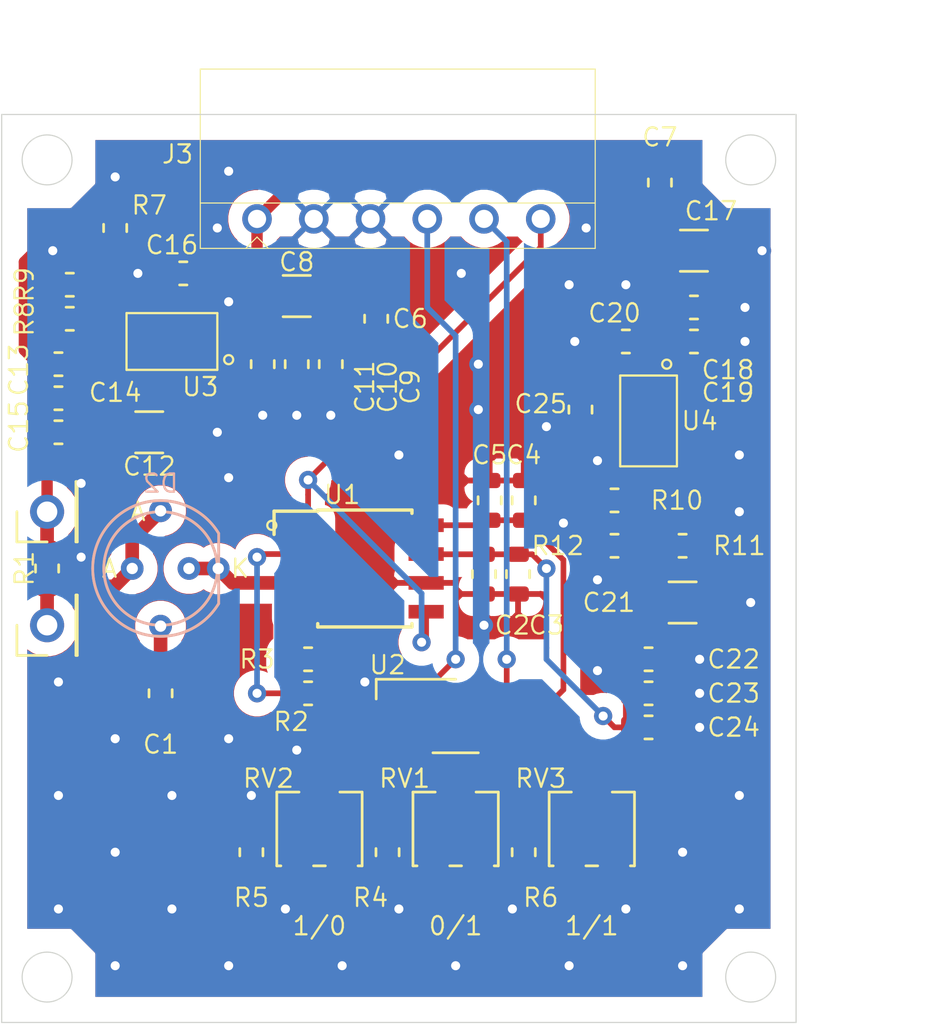
<source format=kicad_pcb>
(kicad_pcb (version 20221018) (generator pcbnew)
  (layers (0 "F.Cu" signal) (31 "B.Cu" signal) (34 "B.Paste" user) (35 "F.Paste" user) (36 "B.SilkS" user "B.Silkscreen") (37 "F.SilkS" user "F.Silkscreen") (38 "B.Mask" user) (39 "F.Mask" user) (44 "Edge.Cuts" user))
  (net 0 "")
  (net 1 "GND")
  (net 2 "CI")
  (net 3 "VIN")
  (net 4 "V_LED")
  (net 5 "5V")
  (net 6 "LED_K")
  (net 7 "SEL_0")
  (net 8 "SEL_1")
  (net 9 "EN")
  (net 10 "Net-(R2-Pad2)")
  (net 11 "Net-(R7-Pad2)")
  (net 12 "#1")
  (net 13 "#2")
  (net 14 "#3")
  (net 15 "Net-(D1-Pad2)")
  (net 16 "Net-(C1-Pad2)")
  (net 17 "Net-(R3-Pad2)")
  (net 18 "Net-(R4-Pad1)")
  (net 19 "Net-(R5-Pad1)")
  (net 20 "Net-(R6-Pad1)")
  (net 21 "Net-(R10-Pad2)")
  (net 22 "Net-(U3-Pad2)")
  (net 23 "Net-(U4-Pad2)")
  (net 24 "Net-(C16-Pad1)")
  (net 25 "Net-(C25-Pad1)")
  (net 26 "Net-(R8-Pad1)")
  (net 27 "Net-(R11-Pad1)")
  (footprint "Capacitor_SMD:C_0603_1608Metric" (layer "F.Cu") (at 123 117 90)
    (fp_text reference "C4" (at 2 0 180) (layer "F.SilkS") (effects (font (size 0.8 0.8) (thickness 0.1))))
    (fp_text value "C")
    (pad "1" smd roundrect (at -0.875 0 90) (size 0.67 0.95) (layers "F.Cu" "F.Paste" "F.Mask") (net 2 "CI"))
    (pad "2" smd roundrect (at 0.875 0 90) (size 0.67 0.95) (layers "F.Cu" "F.Paste" "F.Mask") (net 1 "GND"))
  )
  (footprint "Capacitor_SMD:C_0603_1608Metric" (layer "F.Cu") (at 121.5 117 90)
    (fp_text reference "C5" (at 2 0 180) (layer "F.SilkS") (effects (font (size 0.8 0.8) (thickness 0.1))))
    (fp_text value "C")
    (pad "1" smd roundrect (at -0.875 0 90) (size 0.67 0.95) (layers "F.Cu" "F.Paste" "F.Mask") (net 2 "CI"))
    (pad "2" smd roundrect (at 0.875 0 90) (size 0.67 0.95) (layers "F.Cu" "F.Paste" "F.Mask") (net 1 "GND"))
  )
  (footprint "Resistor_SMD:R_0603_1608Metric" (layer "F.Cu") (at 113.5 125.5 180)
    (fp_text reference "R2" (at 0.75 -1.25) (layer "F.SilkS") (effects (font (size 0.8 0.8) (thickness 0.1))))
    (fp_text value "R")
    (pad "1" smd roundrect (at -0.7875 0 180) (size 0.875 0.95) (layers "F.Cu" "F.Paste" "F.Mask") (net 1 "GND"))
    (pad "2" smd roundrect (at 0.7875 0 180) (size 0.875 0.95) (layers "F.Cu" "F.Paste" "F.Mask") (net 10 "Net-(R2-Pad2)"))
  )
  (footprint "Resistor_SMD:R_0603_1608Metric" (layer "F.Cu") (at 113.5 124 180)
    (fp_text reference "R3" (at 2.25 0) (layer "F.SilkS") (effects (font (size 0.8 0.8) (thickness 0.1))))
    (fp_text value "R")
    (pad "1" smd roundrect (at -0.7875 0 180) (size 0.875 0.95) (layers "F.Cu" "F.Paste" "F.Mask") (net 1 "GND"))
    (pad "2" smd roundrect (at 0.7875 0 180) (size 0.875 0.95) (layers "F.Cu" "F.Paste" "F.Mask") (net 17 "Net-(R3-Pad2)"))
  )
  (footprint "Package_SOIC:SOIC-8-1EP_3.9x4.9mm_P1.27mm" (layer "F.Cu") (at 116 120)
    (fp_text reference "U1" (at -1 -3.25) (layer "F.SilkS") (effects (font (size 0.8 0.8) (thickness 0.1))))
    (fp_text value "iC_HK_B")
    (pad "1" smd rect (at -2.7 -1.905) (size 1.55 0.6) (layers "F.Cu" "F.Paste" "F.Mask") (net 9 "EN"))
    (pad "2" smd rect (at -2.7 -0.635) (size 1.55 0.6) (layers "F.Cu" "F.Paste" "F.Mask") (net 10 "Net-(R2-Pad2)"))
    (pad "3" smd rect (at -2.7 0.635) (size 1.55 0.6) (layers "F.Cu" "F.Paste" "F.Mask") (net 6 "LED_K"))
    (pad "4" smd rect (at -2.7 1.905) (size 1.55 0.6) (layers "F.Cu" "F.Paste" "F.Mask") (net 17 "Net-(R3-Pad2)"))
    (pad "5" smd rect (at 2.7 1.905) (size 1.55 0.6) (layers "F.Cu" "F.Paste" "F.Mask") (net 9 "EN"))
    (pad "6" smd rect (at 2.7 0.635) (size 1.55 0.6) (layers "F.Cu" "F.Paste" "F.Mask") (net 1 "GND"))
    (pad "7" smd rect (at 2.7 -0.635) (size 1.55 0.6) (layers "F.Cu" "F.Paste" "F.Mask") (net 5 "5V"))
    (pad "8" smd rect (at 2.7 -1.905) (size 1.55 0.6) (layers "F.Cu" "F.Paste" "F.Mask") (net 2 "CI"))
    (pad "9" smd rect (at -0.5875 -0.5875) (size 1.175 1.175) (layers "F.Cu" "F.Paste" "F.Mask") (net 1 "GND"))
    (pad "9" smd rect (at -0.5875 0.5875) (size 1.175 1.175) (layers "F.Cu" "F.Paste" "F.Mask") (net 1 "GND"))
    (pad "9" smd rect (at 0.5875 -0.5875) (size 1.175 1.175) (layers "F.Cu" "F.Paste" "F.Mask") (net 1 "GND"))
    (pad "9" smd rect (at 0.5875 0.5875) (size 1.175 1.175) (layers "F.Cu" "F.Paste" "F.Mask") (net 1 "GND"))
  )
  (footprint "Pin_Headers:Pin_Header_Straight_1x01_Pitch2.54mm" (layer "F.Cu") (at 102 122.5 90)
    (fp_text reference "J2" hide)
    (fp_text value "Conn_01x01")
    (pad "1" thru_hole circle (at 0 0 90) (size 1.5 1.5) (drill 0.9) (layers "*.Cu" "*.Mask") (net 15 "Net-(D1-Pad2)"))
  )
  (footprint "Resistor_SMD:R_0603_1608Metric" (layer "F.Cu") (at 102 120 90)
    (fp_text reference "R1" (at 0 -1 90) (layer "F.SilkS") (effects (font (size 0.8 0.8) (thickness 0.1))))
    (fp_text value "R")
    (pad "1" smd roundrect (at -0.7875 0 90) (size 0.875 0.95) (layers "F.Cu" "F.Paste" "F.Mask") (net 15 "Net-(D1-Pad2)"))
    (pad "2" smd roundrect (at 0.7875 0 90) (size 0.875 0.95) (layers "F.Cu" "F.Paste" "F.Mask") (net 4 "V_LED"))
  )
  (footprint "Pin_Headers:Pin_Header_Straight_1x01_Pitch2.54mm" (layer "F.Cu") (at 102 117.5 90)
    (fp_text reference "J1" hide)
    (fp_text value "Conn_01x01")
    (pad "1" thru_hole circle (at 0 0 90) (size 1.5 1.5) (drill 0.9) (layers "*.Cu" "*.Mask") (net 4 "V_LED"))
  )
  (footprint "Wiki:ST-32A" (layer "F.Cu") (at 120 131.500002 -90)
    (fp_text reference "RV1" (at -2.250002 2.25 180) (layer "F.SilkS") (effects (font (size 0.8 0.8) (thickness 0.1))))
    (fp_text value "R_POT_TRIM")
    (pad "1" smd rect (at 1.6 -1 270) (size 1.2 1.2) (layers "F.Cu" "F.Paste" "F.Mask") (net 1 "GND"))
    (pad "2" smd rect (at -1.65 0 270) (size 1.5 1.6) (layers "F.Cu" "F.Paste" "F.Mask") (net 12 "#1"))
    (pad "3" smd rect (at 1.6 1 270) (size 1.2 1.2) (layers "F.Cu" "F.Paste" "F.Mask") (net 18 "Net-(R4-Pad1)"))
  )
  (footprint "Wiki:ST-32A" (layer "F.Cu") (at 114 131.500001 -90)
    (fp_text reference "RV2" (at -2.250001 2.25 180) (layer "F.SilkS") (effects (font (size 0.8 0.8) (thickness 0.1))))
    (fp_text value "R_POT_TRIM")
    (pad "1" smd rect (at 1.6 -1 270) (size 1.2 1.2) (layers "F.Cu" "F.Paste" "F.Mask") (net 1 "GND"))
    (pad "2" smd rect (at -1.65 0 270) (size 1.5 1.6) (layers "F.Cu" "F.Paste" "F.Mask") (net 13 "#2"))
    (pad "3" smd rect (at 1.6 1 270) (size 1.2 1.2) (layers "F.Cu" "F.Paste" "F.Mask") (net 19 "Net-(R5-Pad1)"))
  )
  (footprint "Resistor_SMD:R_0603_1608Metric" (layer "F.Cu") (at 111 132.5 90)
    (fp_text reference "R5" (at -2 0 180) (layer "F.SilkS") (effects (font (size 0.8 0.8) (thickness 0.1))))
    (fp_text value "R")
    (pad "1" smd roundrect (at -0.7875 0 90) (size 0.875 0.95) (layers "F.Cu" "F.Paste" "F.Mask") (net 19 "Net-(R5-Pad1)"))
    (pad "2" smd roundrect (at 0.7875 0 90) (size 0.875 0.95) (layers "F.Cu" "F.Paste" "F.Mask") (net 5 "5V"))
  )
  (footprint "Resistor_SMD:R_0603_1608Metric" (layer "F.Cu") (at 123 132.5 90)
    (fp_text reference "R6" (at -2 0.75 180) (layer "F.SilkS") (effects (font (size 0.8 0.8) (thickness 0.1))))
    (fp_text value "R")
    (pad "1" smd roundrect (at -0.7875 0 90) (size 0.875 0.95) (layers "F.Cu" "F.Paste" "F.Mask") (net 20 "Net-(R6-Pad1)"))
    (pad "2" smd roundrect (at 0.7875 0 90) (size 0.875 0.95) (layers "F.Cu" "F.Paste" "F.Mask") (net 5 "5V"))
  )
  (footprint "Wiki:ST-32A" (layer "F.Cu") (at 126 131.499999 -90)
    (fp_text reference "RV3" (at -2.249999 2.25 180) (layer "F.SilkS") (effects (font (size 0.8 0.8) (thickness 0.1))))
    (fp_text value "R_POT_TRIM")
    (pad "1" smd rect (at 1.6 -1 270) (size 1.2 1.2) (layers "F.Cu" "F.Paste" "F.Mask") (net 1 "GND"))
    (pad "2" smd rect (at -1.65 0 270) (size 1.5 1.6) (layers "F.Cu" "F.Paste" "F.Mask") (net 14 "#3"))
    (pad "3" smd rect (at 1.6 1 270) (size 1.2 1.2) (layers "F.Cu" "F.Paste" "F.Mask") (net 20 "Net-(R6-Pad1)"))
  )
  (footprint "Resistor_SMD:R_0603_1608Metric" (layer "F.Cu") (at 117 132.5 90)
    (fp_text reference "R4" (at -2 -0.75 180) (layer "F.SilkS") (effects (font (size 0.8 0.8) (thickness 0.1))))
    (fp_text value "R")
    (pad "1" smd roundrect (at -0.7875 0 90) (size 0.875 0.95) (layers "F.Cu" "F.Paste" "F.Mask") (net 18 "Net-(R4-Pad1)"))
    (pad "2" smd roundrect (at 0.7875 0 90) (size 0.875 0.95) (layers "F.Cu" "F.Paste" "F.Mask") (net 5 "5V"))
  )
  (footprint "Package_SSOP:VSSOP-10_3.0x3.0mm_P0.5mm" (layer "F.Cu") (at 120 126.5)
    (fp_text reference "U2" (at -3 -2.25 180) (layer "F.SilkS") (effects (font (size 0.8 0.8) (thickness 0.1))))
    (fp_text value "TMUX1204")
    (pad "1" smd rect (at -2.2 -1 270) (size 0.3 1.45) (layers "F.Cu" "F.Paste" "F.Mask") (net 7 "SEL_0"))
    (pad "2" smd rect (at -2.2 -0.5 270) (size 0.3 1.45) (layers "F.Cu" "F.Paste" "F.Mask") (net 1 "GND"))
    (pad "3" smd rect (at -2.2 0 270) (size 0.3 1.45) (layers "F.Cu" "F.Paste" "F.Mask") (net 1 "GND"))
    (pad "4" smd rect (at -2.2 0.5 270) (size 0.3 1.45) (layers "F.Cu" "F.Paste" "F.Mask") (net 13 "#2"))
    (pad "5" smd rect (at -2.2 1 270) (size 0.3 1.45) (layers "F.Cu" "F.Paste" "F.Mask") (net 5 "5V"))
    (pad "6" smd rect (at 2.2 1 270) (size 0.3 1.45) (layers "F.Cu" "F.Paste" "F.Mask") (net 5 "5V"))
    (pad "7" smd rect (at 2.2 0.5 270) (size 0.3 1.45) (layers "F.Cu" "F.Paste" "F.Mask") (net 14 "#3"))
    (pad "8" smd rect (at 2.2 0 270) (size 0.3 1.45) (layers "F.Cu" "F.Paste" "F.Mask") (net 2 "CI"))
    (pad "9" smd rect (at 2.2 -0.5 270) (size 0.3 1.45) (layers "F.Cu" "F.Paste" "F.Mask") (net 12 "#1"))
    (pad "10" smd rect (at 2.2 -1 270) (size 0.3 1.45) (layers "F.Cu" "F.Paste" "F.Mask") (net 8 "SEL_1"))
  )
  (footprint "Capacitor_SMD:C_0603_1608Metric" (layer "F.Cu") (at 121.25 120.25 -90)
    (fp_text reference "C2" (at 2.25 -1.25 180) (layer "F.SilkS") (effects (font (size 0.8 0.8) (thickness 0.1))))
    (fp_text value "C")
    (pad "1" smd roundrect (at -0.875 0 270) (size 0.67 0.95) (layers "F.Cu" "F.Paste" "F.Mask") (net 5 "5V"))
    (pad "2" smd roundrect (at 0.875 0 270) (size 0.67 0.95) (layers "F.Cu" "F.Paste" "F.Mask") (net 1 "GND"))
  )
  (footprint "Capacitor_SMD:C_0603_1608Metric" (layer "F.Cu") (at 122.75 120.25 -90)
    (fp_text reference "C3" (at 2.25 -1.25 180) (layer "F.SilkS") (effects (font (size 0.8 0.8) (thickness 0.1))))
    (fp_text value "C")
    (pad "1" smd roundrect (at -0.875 0 270) (size 0.67 0.95) (layers "F.Cu" "F.Paste" "F.Mask") (net 5 "5V"))
    (pad "2" smd roundrect (at 0.875 0 270) (size 0.67 0.95) (layers "F.Cu" "F.Paste" "F.Mask") (net 1 "GND"))
  )
  (footprint "Capacitor_SMD:C_0603_1608Metric" (layer "F.Cu") (at 107 125.5 90)
    (fp_text reference "C1" (at -2.25 0 180) (layer "F.SilkS") (effects (font (size 0.8 0.8) (thickness 0.1))))
    (fp_text value "C")
    (pad "1" smd roundrect (at -0.875 0 90) (size 0.67 0.95) (layers "F.Cu" "F.Paste" "F.Mask") (net 1 "GND"))
    (pad "2" smd roundrect (at 0.875 0 90) (size 0.67 0.95) (layers "F.Cu" "F.Paste" "F.Mask") (net 16 "Net-(C1-Pad2)"))
  )
  (footprint "Wiki:5268-06A" (layer "F.Cu") (at 111.25 104.6)
    (fp_text reference "J3" (at -3.5 -2.85) (layer "F.SilkS") (effects (font (size 0.8 0.8) (thickness 0.1))))
    (fp_text value "Conn_01x06")
    (pad "1" thru_hole circle (at 0 0) (size 1.3 1.3) (drill 0.8) (layers "*.Cu" "*.Mask") (net 3 "VIN"))
    (pad "2" thru_hole circle (at 2.5 0) (size 1.3 1.3) (drill 0.8) (layers "*.Cu" "*.Mask") (net 1 "GND"))
    (pad "3" thru_hole circle (at 5 0) (size 1.3 1.3) (drill 0.8) (layers "*.Cu" "*.Mask") (net 1 "GND"))
    (pad "4" thru_hole circle (at 7.5 0) (size 1.3 1.3) (drill 0.8) (layers "*.Cu" "*.Mask") (net 7 "SEL_0"))
    (pad "5" thru_hole circle (at 10 0) (size 1.3 1.3) (drill 0.8) (layers "*.Cu" "*.Mask") (net 8 "SEL_1"))
    (pad "6" thru_hole circle (at 12.5 0) (size 1.3 1.3) (drill 0.8) (layers "*.Cu" "*.Mask") (net 9 "EN"))
  )
  (footprint "Capacitor_SMD:C_1206_3216Metric" (layer "F.Cu") (at 113 108)
    (fp_text reference "C8" (at 0 -1.5) (layer "F.SilkS") (effects (font (size 0.8 0.8) (thickness 0.1))))
    (fp_text value "10u")
    (pad "1" smd roundrect (at -1.4 0) (size 1.25 1.75) (layers "F.Cu" "F.Paste" "F.Mask") (roundrect_rratio 0.2) (net 3 "VIN"))
    (pad "2" smd roundrect (at 1.4 0) (size 1.25 1.75) (layers "F.Cu" "F.Paste" "F.Mask") (roundrect_rratio 0.2) (net 1 "GND"))
  )
  (footprint "Capacitor_SMD:C_0603_1608Metric" (layer "F.Cu") (at 113 111 -90)
    (fp_text reference "C10" (at 1 -4 90) (layer "F.SilkS") (effects (font (size 0.8 0.8) (thickness 0.1))))
    (fp_text value "C")
    (pad "1" smd roundrect (at -0.875 0 270) (size 0.67 0.95) (layers "F.Cu" "F.Paste" "F.Mask") (net 3 "VIN"))
    (pad "2" smd roundrect (at 0.875 0 270) (size 0.67 0.95) (layers "F.Cu" "F.Paste" "F.Mask") (net 1 "GND"))
  )
  (footprint "Capacitor_SMD:C_0603_1608Metric" (layer "F.Cu") (at 111.5 111 -90)
    (fp_text reference "C11" (at 1 -4.5 90) (layer "F.SilkS") (effects (font (size 0.8 0.8) (thickness 0.1))))
    (fp_text value "C")
    (pad "1" smd roundrect (at -0.875 0 270) (size 0.67 0.95) (layers "F.Cu" "F.Paste" "F.Mask") (net 3 "VIN"))
    (pad "2" smd roundrect (at 0.875 0 270) (size 0.67 0.95) (layers "F.Cu" "F.Paste" "F.Mask") (net 1 "GND"))
  )
  (footprint "Capacitor_SMD:C_0603_1608Metric" (layer "F.Cu") (at 102.5 111 180)
    (fp_text reference "C13" (at 1.75 -0.25 90) (layer "F.SilkS") (effects (font (size 0.8 0.8) (thickness 0.1))))
    (fp_text value "1u")
    (pad "1" smd roundrect (at -0.875 0 180) (size 0.67 0.95) (layers "F.Cu" "F.Paste" "F.Mask") (net 4 "V_LED"))
    (pad "2" smd roundrect (at 0.875 0 180) (size 0.67 0.95) (layers "F.Cu" "F.Paste" "F.Mask") (net 1 "GND"))
  )
  (footprint "Capacitor_SMD:C_0603_1608Metric" (layer "F.Cu") (at 102.5 112.5 180)
    (fp_text reference "C14" (at -2.5 0.25) (layer "F.SilkS") (effects (font (size 0.8 0.8) (thickness 0.1))))
    (fp_text value "C")
    (pad "1" smd roundrect (at -0.875 0 180) (size 0.67 0.95) (layers "F.Cu" "F.Paste" "F.Mask") (net 4 "V_LED"))
    (pad "2" smd roundrect (at 0.875 0 180) (size 0.67 0.95) (layers "F.Cu" "F.Paste" "F.Mask") (net 1 "GND"))
  )
  (footprint "Capacitor_SMD:C_0603_1608Metric" (layer "F.Cu") (at 102.5 114 180)
    (fp_text reference "C15" (at 1.75 0.25 270) (layer "F.SilkS") (effects (font (size 0.8 0.8) (thickness 0.1))))
    (fp_text value "C")
    (pad "1" smd roundrect (at -0.875 0 180) (size 0.67 0.95) (layers "F.Cu" "F.Paste" "F.Mask") (net 4 "V_LED"))
    (pad "2" smd roundrect (at 0.875 0 180) (size 0.67 0.95) (layers "F.Cu" "F.Paste" "F.Mask") (net 1 "GND"))
  )
  (footprint "Capacitor_SMD:C_1206_3216Metric" (layer "F.Cu") (at 130.5 106)
    (fp_text reference "C17" (at 0.75 -1.75) (layer "F.SilkS") (effects (font (size 0.8 0.8) (thickness 0.1))))
    (fp_text value "10u")
    (pad "1" smd roundrect (at -1.4 0) (size 1.25 1.75) (layers "F.Cu" "F.Paste" "F.Mask") (roundrect_rratio 0.2) (net 3 "VIN"))
    (pad "2" smd roundrect (at 1.4 0) (size 1.25 1.75) (layers "F.Cu" "F.Paste" "F.Mask") (roundrect_rratio 0.2) (net 1 "GND"))
  )
  (footprint "Capacitor_SMD:C_0603_1608Metric" (layer "F.Cu") (at 127.5 110 180)
    (fp_text reference "C20" (at 0.5 1.25) (layer "F.SilkS") (effects (font (size 0.8 0.8) (thickness 0.1))))
    (fp_text value "C")
    (pad "1" smd roundrect (at -0.875 0 180) (size 0.67 0.95) (layers "F.Cu" "F.Paste" "F.Mask") (net 3 "VIN"))
    (pad "2" smd roundrect (at 0.875 0 180) (size 0.67 0.95) (layers "F.Cu" "F.Paste" "F.Mask") (net 1 "GND"))
  )
  (footprint "Capacitor_SMD:C_1206_3216Metric" (layer "F.Cu") (at 130 121.5)
    (fp_text reference "C21" (at -3.25 0) (layer "F.SilkS") (effects (font (size 0.8 0.8) (thickness 0.1))))
    (fp_text value "10u")
    (pad "1" smd roundrect (at -1.4 0) (size 1.25 1.75) (layers "F.Cu" "F.Paste" "F.Mask") (roundrect_rratio 0.2) (net 5 "5V"))
    (pad "2" smd roundrect (at 1.4 0) (size 1.25 1.75) (layers "F.Cu" "F.Paste" "F.Mask") (roundrect_rratio 0.2) (net 1 "GND"))
  )
  (footprint "Capacitor_SMD:C_0603_1608Metric" (layer "F.Cu") (at 128.5 124)
    (fp_text reference "C22" (at 3.75 0) (layer "F.SilkS") (effects (font (size 0.8 0.8) (thickness 0.1))))
    (fp_text value "1u")
    (pad "1" smd roundrect (at -0.875 0) (size 0.67 0.95) (layers "F.Cu" "F.Paste" "F.Mask") (net 5 "5V"))
    (pad "2" smd roundrect (at 0.875 0) (size 0.67 0.95) (layers "F.Cu" "F.Paste" "F.Mask") (net 1 "GND"))
  )
  (footprint "Capacitor_SMD:C_0603_1608Metric" (layer "F.Cu") (at 128.5 125.5)
    (fp_text reference "C23" (at 3.75 0) (layer "F.SilkS") (effects (font (size 0.8 0.8) (thickness 0.1))))
    (fp_text value "C")
    (pad "1" smd roundrect (at -0.875 0) (size 0.67 0.95) (layers "F.Cu" "F.Paste" "F.Mask") (net 5 "5V"))
    (pad "2" smd roundrect (at 0.875 0) (size 0.67 0.95) (layers "F.Cu" "F.Paste" "F.Mask") (net 1 "GND"))
  )
  (footprint "Capacitor_SMD:C_0603_1608Metric" (layer "F.Cu") (at 125.5 113 -90)
    (fp_text reference "C25" (at -0.25 1.75 180) (layer "F.SilkS") (effects (font (size 0.8 0.8) (thickness 0.1))))
    (fp_text value "C")
    (pad "1" smd roundrect (at -0.875 0 270) (size 0.67 0.95) (layers "F.Cu" "F.Paste" "F.Mask") (net 25 "Net-(C25-Pad1)"))
    (pad "2" smd roundrect (at 0.875 0 270) (size 0.67 0.95) (layers "F.Cu" "F.Paste" "F.Mask") (net 1 "GND"))
  )
  (footprint "Resistor_SMD:R_0603_1608Metric" (layer "F.Cu") (at 127 117)
    (fp_text reference "R10" (at 2.75 0) (layer "F.SilkS") (effects (font (size 0.8 0.8) (thickness 0.1))))
    (fp_text value "R")
    (pad "1" smd roundrect (at -0.7875 0) (size 0.875 0.95) (layers "F.Cu" "F.Paste" "F.Mask") (net 1 "GND"))
    (pad "2" smd roundrect (at 0.7875 0) (size 0.875 0.95) (layers "F.Cu" "F.Paste" "F.Mask") (net 21 "Net-(R10-Pad2)"))
  )
  (footprint "Wiki:TDFN-8(ON semi)" (layer "F.Cu") (at 128.5 113.5 -90)
    (fp_text reference "U4" (at 0 -2.25 180) (layer "F.SilkS") (effects (font (size 0.8 0.8) (thickness 0.1))))
    (fp_text value "CAT6201")
    (pad "1" smd rect (at -1.36 -0.78 270) (size 0.68 0.3) (layers "F.Cu" "F.Paste" "F.Mask") (net 3 "VIN"))
    (pad "2" smd rect (at -1.36 -0.28 270) (size 0.68 0.3) (layers "F.Cu" "F.Paste" "F.Mask") (net 23 "Net-(U4-Pad2)"))
    (pad "3" smd rect (at -1.36 0.22 270) (size 0.68 0.3) (layers "F.Cu" "F.Paste" "F.Mask") (net 3 "VIN"))
    (pad "4" smd rect (at -1.36 0.72 270) (size 0.68 0.3) (layers "F.Cu" "F.Paste" "F.Mask") (net 25 "Net-(C25-Pad1)"))
    (pad "5" smd rect (at 1.36 0.72 270) (size 0.68 0.3) (layers "F.Cu" "F.Paste" "F.Mask") (net 1 "GND"))
    (pad "6" smd rect (at 1.36 0.22 270) (size 0.68 0.3) (layers "F.Cu" "F.Paste" "F.Mask") (net 21 "Net-(R10-Pad2)"))
    (pad "7" smd rect (at 1.36 -0.28 270) (size 0.68 0.3) (layers "F.Cu" "F.Paste" "F.Mask") (net 27 "Net-(R11-Pad1)"))
    (pad "8" smd rect (at 1.36 -0.78 270) (size 0.68 0.3) (layers "F.Cu" "F.Paste" "F.Mask") (net 5 "5V"))
    (pad "9" smd rect (at 0 0 270) (size 1.45 1.56) (layers "F.Cu" "F.Paste" "F.Mask") (net 1 "GND"))
  )
  (footprint "Capacitor_SMD:C_0603_1608Metric" (layer "F.Cu") (at 116.5 109 -90)
    (fp_text reference "C6" (at 0 -1.5 180) (layer "F.SilkS") (effects (font (size 0.8 0.8) (thickness 0.1))))
    (fp_text value "C")
    (pad "1" smd roundrect (at -0.875 0 270) (size 0.67 0.95) (layers "F.Cu" "F.Paste" "F.Mask") (net 1 "GND"))
    (pad "2" smd roundrect (at 0.875 0 270) (size 0.67 0.95) (layers "F.Cu" "F.Paste" "F.Mask") (net 3 "VIN"))
  )
  (footprint "Capacitor_SMD:C_0603_1608Metric" (layer "F.Cu") (at 129 103 -90)
    (fp_text reference "C7" (at -2 0 180) (layer "F.SilkS") (effects (font (size 0.8 0.8) (thickness 0.1))))
    (fp_text value "C")
    (pad "1" smd roundrect (at -0.875 0 270) (size 0.67 0.95) (layers "F.Cu" "F.Paste" "F.Mask") (net 1 "GND"))
    (pad "2" smd roundrect (at 0.875 0 270) (size 0.67 0.95) (layers "F.Cu" "F.Paste" "F.Mask") (net 3 "VIN"))
  )
  (footprint "Capacitor_SMD:C_0603_1608Metric" (layer "F.Cu") (at 114.5 111 -90)
    (fp_text reference "C9" (at 1 -3.5 90) (layer "F.SilkS") (effects (font (size 0.8 0.8) (thickness 0.1))))
    (fp_text value "1u")
    (pad "1" smd roundrect (at -0.875 0 270) (size 0.67 0.95) (layers "F.Cu" "F.Paste" "F.Mask") (net 3 "VIN"))
    (pad "2" smd roundrect (at 0.875 0 270) (size 0.67 0.95) (layers "F.Cu" "F.Paste" "F.Mask") (net 1 "GND"))
  )
  (footprint "Capacitor_SMD:C_0603_1608Metric" (layer "F.Cu") (at 130.5 108.5)
    (fp_text reference "C18" (at 1.5 2.75) (layer "F.SilkS") (effects (font (size 0.8 0.8) (thickness 0.1))))
    (fp_text value "1u")
    (pad "1" smd roundrect (at -0.875 0) (size 0.67 0.95) (layers "F.Cu" "F.Paste" "F.Mask") (net 3 "VIN"))
    (pad "2" smd roundrect (at 0.875 0) (size 0.67 0.95) (layers "F.Cu" "F.Paste" "F.Mask") (net 1 "GND"))
  )
  (footprint "Capacitor_SMD:C_0603_1608Metric" (layer "F.Cu") (at 128.5 127)
    (fp_text reference "C24" (at 3.75 0) (layer "F.SilkS") (effects (font (size 0.8 0.8) (thickness 0.1))))
    (fp_text value "C")
    (pad "1" smd roundrect (at -0.875 0) (size 0.67 0.95) (layers "F.Cu" "F.Paste" "F.Mask") (net 5 "5V"))
    (pad "2" smd roundrect (at 0.875 0) (size 0.67 0.95) (layers "F.Cu" "F.Paste" "F.Mask") (net 1 "GND"))
  )
  (footprint "Resistor_SMD:R_0603_1608Metric" (layer "F.Cu") (at 127 119)
    (fp_text reference "R12" (at -2.5 0) (layer "F.SilkS") (effects (font (size 0.8 0.8) (thickness 0.1))))
    (fp_text value "R")
    (pad "1" smd roundrect (at -0.7875 0) (size 0.875 0.95) (layers "F.Cu" "F.Paste" "F.Mask") (net 1 "GND"))
    (pad "2" smd roundrect (at 0.7875 0) (size 0.875 0.95) (layers "F.Cu" "F.Paste" "F.Mask") (net 27 "Net-(R11-Pad1)"))
  )
  (footprint "Resistor_SMD:R_0603_1608Metric" (layer "F.Cu") (at 130 119)
    (fp_text reference "R11" (at 2.5 0) (layer "F.SilkS") (effects (font (size 0.8 0.8) (thickness 0.1))))
    (fp_text value "R")
    (pad "1" smd roundrect (at -0.7875 0) (size 0.875 0.95) (layers "F.Cu" "F.Paste" "F.Mask") (net 27 "Net-(R11-Pad1)"))
    (pad "2" smd roundrect (at 0.7875 0) (size 0.875 0.95) (layers "F.Cu" "F.Paste" "F.Mask") (net 5 "5V"))
  )
  (footprint "Capacitor_SMD:C_0603_1608Metric" (layer "F.Cu") (at 130.5 110)
    (fp_text reference "C19" (at 1.5 2.25) (layer "F.SilkS") (effects (font (size 0.8 0.8) (thickness 0.1))))
    (fp_text value "C")
    (pad "1" smd roundrect (at -0.875 0) (size 0.67 0.95) (layers "F.Cu" "F.Paste" "F.Mask") (net 3 "VIN"))
    (pad "2" smd roundrect (at 0.875 0) (size 0.67 0.95) (layers "F.Cu" "F.Paste" "F.Mask") (net 1 "GND"))
  )
  (footprint "Resistor_SMD:R_0603_1608Metric" (layer "F.Cu") (at 105 105 -90)
    (fp_text reference "R7" (at -1 -1.5 180) (layer "F.SilkS") (effects (font (size 0.8 0.8) (thickness 0.1))))
    (fp_text value "R")
    (pad "1" smd roundrect (at -0.7875 0 270) (size 0.875 0.95) (layers "F.Cu" "F.Paste" "F.Mask") (net 1 "GND"))
    (pad "2" smd roundrect (at 0.7875 0 270) (size 0.875 0.95) (layers "F.Cu" "F.Paste" "F.Mask") (net 11 "Net-(R7-Pad2)"))
  )
  (footprint "Resistor_SMD:R_0603_1608Metric" (layer "F.Cu") (at 103 109 180)
    (fp_text reference "R8" (at 2 0 90) (layer "F.SilkS") (effects (font (size 0.8 0.8) (thickness 0.1))))
    (fp_text value "R")
    (pad "1" smd roundrect (at -0.7875 0 180) (size 0.875 0.95) (layers "F.Cu" "F.Paste" "F.Mask") (net 26 "Net-(R8-Pad1)"))
    (pad "2" smd roundrect (at 0.7875 0 180) (size 0.875 0.95) (layers "F.Cu" "F.Paste" "F.Mask") (net 4 "V_LED"))
  )
  (footprint "Wiki:TDFN-8(ON semi)" (layer "F.Cu") (at 107.5 110 180)
    (fp_text reference "U3" (at -1.25 -2) (layer "F.SilkS") (effects (font (size 0.8 0.8) (thickness 0.1))))
    (fp_text value "CAT6201")
    (pad "1" smd rect (at -1.36 -0.78 180) (size 0.68 0.3) (layers "F.Cu" "F.Paste" "F.Mask") (net 3 "VIN"))
    (pad "2" smd rect (at -1.36 -0.28 180) (size 0.68 0.3) (layers "F.Cu" "F.Paste" "F.Mask") (net 22 "Net-(U3-Pad2)"))
    (pad "3" smd rect (at -1.36 0.22 180) (size 0.68 0.3) (layers "F.Cu" "F.Paste" "F.Mask") (net 3 "VIN"))
    (pad "4" smd rect (at -1.36 0.72 180) (size 0.68 0.3) (layers "F.Cu" "F.Paste" "F.Mask") (net 24 "Net-(C16-Pad1)"))
    (pad "5" smd rect (at 1.36 0.72 180) (size 0.68 0.3) (layers "F.Cu" "F.Paste" "F.Mask") (net 1 "GND"))
    (pad "6" smd rect (at 1.36 0.22 180) (size 0.68 0.3) (layers "F.Cu" "F.Paste" "F.Mask") (net 11 "Net-(R7-Pad2)"))
    (pad "7" smd rect (at 1.36 -0.28 180) (size 0.68 0.3) (layers "F.Cu" "F.Paste" "F.Mask") (net 26 "Net-(R8-Pad1)"))
    (pad "8" smd rect (at 1.36 -0.78 180) (size 0.68 0.3) (layers "F.Cu" "F.Paste" "F.Mask") (net 4 "V_LED"))
    (pad "9" smd rect (at 0 0 180) (size 1.45 1.56) (layers "F.Cu" "F.Paste" "F.Mask") (net 1 "GND"))
  )
  (footprint "Resistor_SMD:R_0603_1608Metric" (layer "F.Cu") (at 103 107.5)
    (fp_text reference "R9" (at -2 0 90) (layer "F.SilkS") (effects (font (size 0.8 0.8) (thickness 0.1))))
    (fp_text value "R")
    (pad "1" smd roundrect (at -0.7875 0) (size 0.875 0.95) (layers "F.Cu" "F.Paste" "F.Mask") (net 1 "GND"))
    (pad "2" smd roundrect (at 0.7875 0) (size 0.875 0.95) (layers "F.Cu" "F.Paste" "F.Mask") (net 26 "Net-(R8-Pad1)"))
  )
  (footprint "Capacitor_SMD:C_1206_3216Metric" (layer "F.Cu") (at 106.5 114)
    (fp_text reference "C12" (at 0 1.5) (layer "F.SilkS") (effects (font (size 0.8 0.8) (thickness 0.1))))
    (fp_text value "10u")
    (pad "1" smd roundrect (at -1.4 0) (size 1.25 1.75) (layers "F.Cu" "F.Paste" "F.Mask") (roundrect_rratio 0.2) (net 4 "V_LED"))
    (pad "2" smd roundrect (at 1.4 0) (size 1.25 1.75) (layers "F.Cu" "F.Paste" "F.Mask") (roundrect_rratio 0.2) (net 1 "GND"))
  )
  (footprint "Capacitor_SMD:C_0603_1608Metric" (layer "F.Cu") (at 108 107 180)
    (fp_text reference "C16" (at 0.5 1.25) (layer "F.SilkS") (effects (font (size 0.8 0.8) (thickness 0.1))))
    (fp_text value "C")
    (pad "1" smd roundrect (at -0.875 0 180) (size 0.67 0.95) (layers "F.Cu" "F.Paste" "F.Mask") (net 24 "Net-(C16-Pad1)"))
    (pad "2" smd roundrect (at 0.875 0 180) (size 0.67 0.95) (layers "F.Cu" "F.Paste" "F.Mask") (net 1 "GND"))
  )
  (footprint "LED_THT:LED_D5.0mm" (layer "B.Cu") (at 107 120 180)
    (fp_text reference "D1" hide)
    (fp_text value "LED_PAD")
    (pad "1" thru_hole circle (at -2.54 0 180) (size 1 1) (drill 0.5) (layers "*.Cu" "*.Mask") (net 6 "LED_K"))
    (pad "2" thru_hole circle (at 0 2.54 180) (size 1 1) (drill 0.5) (layers "*.Cu" "*.Mask") (net 15 "Net-(D1-Pad2)"))
    (pad "3" thru_hole circle (at 0 -2.54 180) (size 1 1) (drill 0.5) (layers "*.Cu" "*.Mask") (net 16 "Net-(C1-Pad2)"))
  )
  (footprint "LED_THT:LED_D5.0mm" (layer "B.Cu") (at 107 120 180)
    (fp_text reference "D2" (at 0 3.75 180) (layer "B.SilkS") (effects (font (size 0.8 0.8) (thickness 0.1)) (justify mirror)))
    (fp_text value "LED")
    (pad "1" thru_hole circle (at -1.25 0 180) (size 1 1) (drill 0.5) (layers "*.Cu" "*.Mask") (net 6 "LED_K"))
    (pad "2" thru_hole circle (at 1.25 0 180) (size 1 1) (drill 0.5) (layers "*.Cu" "*.Mask") (net 15 "Net-(D1-Pad2)"))
  )
  (gr_line (start 100 140) (end 100 100) (stroke (width 0.05)) (layer "Edge.Cuts"))
  (gr_circle (center 102 102) (end 103.1 102) (stroke (width 0.05)) (fill none) (layer "Edge.Cuts"))
  (gr_circle (center 133 102) (end 134.1 102) (stroke (width 0.05)) (fill none) (layer "Edge.Cuts"))
  (gr_circle (center 133 138) (end 134.1 138) (stroke (width 0.05)) (fill none) (layer "Edge.Cuts"))
  (gr_circle (center 102 138) (end 103.1 138) (stroke (width 0.05)) (fill none) (layer "Edge.Cuts"))
  (gr_line (start 135 140) (end 100 140) (stroke (width 0.05)) (layer "Edge.Cuts"))
  (gr_line (start 100 100) (end 135 100) (stroke (width 0.05)) (layer "Edge.Cuts"))
  (gr_line (start 135 100) (end 135 140) (stroke (width 0.05)) (layer "Edge.Cuts"))
  (gr_text "A" (at 104.75 120) (layer "F.SilkS") (effects (font (size 0.8 0.8) (thickness 0.1))))
  (gr_text "A" (at 106 117.5) (layer "F.SilkS") (effects (font (size 0.8 0.8) (thickness 0.1))))
  (gr_text "0/1" (at 120 135.75) (layer "F.SilkS") (effects (font (size 0.8 0.8) (thickness 0.1))))
  (gr_text "1/1" (at 126 135.75) (layer "F.SilkS") (effects (font (size 0.8 0.8) (thickness 0.1))))
  (gr_text "K" (at 110.5 120) (layer "F.SilkS") (effects (font (size 0.8 0.8) (thickness 0.1))))
  (gr_text "1/0" (at 114 135.75) (layer "F.SilkS") (effects (font (size 0.8 0.8) (thickness 0.1))))
  (segment (start 117.8 126.5) (end 115.2875 126.5) (width 0.25) (layer "F.Cu") (net 1))
  (segment (start 116.434315 126) (end 116 125.565685) (width 0.25) (layer "F.Cu") (net 1))
  (segment (start 106.14 107.11) (end 106.25 107) (width 0.25) (layer "F.Cu") (net 1))
  (segment (start 106.14 109.28) (end 106.14 107.11) (width 0.25) (layer "F.Cu") (net 1))
  (segment (start 117.8 126) (end 116.434315 126) (width 0.25) (layer "F.Cu") (net 1))
  (segment (start 101.5 106) (end 102.25 106) (width 0.5) (layer "F.Cu") (net 1))
  (segment (start 101.625 111) (end 101 110.375) (width 0.5) (layer "F.Cu") (net 1))
  (segment (start 125.5 114.75) (end 125.5 113.875) (width 0.25) (layer "F.Cu") (net 1))
  (segment (start 106.25 107) (end 107.125 107) (width 0.25) (layer "F.Cu") (net 1))
  (segment (start 125.61 114.86) (end 125.5 114.75) (width 0.25) (layer "F.Cu") (net 1))
  (segment (start 101 106.5) (end 101.5 106) (width 0.5) (layer "F.Cu") (net 1))
  (segment (start 115.2875 126.5) (end 114.2875 125.5) (width 0.25) (layer "F.Cu") (net 1))
  (segment (start 116 125.565685) (end 116 125) (width 0.25) (layer "F.Cu") (net 1))
  (segment (start 127.78 114.86) (end 125.61 114.86) (width 0.25) (layer "F.Cu") (net 1))
  (segment (start 101 110.375) (end 101 106.5) (width 0.5) (layer "F.Cu") (net 1))
  (via (at 102.5 135) (size 0.8) (drill 0.4) (layers "F.Cu" "B.Cu") (net 1))
  (via (at 105 132.5) (size 0.8) (drill 0.4) (layers "F.Cu" "B.Cu") (net 1))
  (via (at 102.5 130) (size 0.8) (drill 0.4) (layers "F.Cu" "B.Cu") (net 1))
  (via (at 105 127.5) (size 0.8) (drill 0.4) (layers "F.Cu" "B.Cu") (net 1))
  (via (at 132.5 135) (size 0.8) (drill 0.4) (layers "F.Cu" "B.Cu") (net 1))
  (via (at 130 137.5) (size 0.8) (drill 0.4) (layers "F.Cu" "B.Cu") (net 1))
  (via (at 127.5 135) (size 0.8) (drill 0.4) (layers "F.Cu" "B.Cu") (net 1))
  (via (at 125 137.5) (size 0.8) (drill 0.4) (layers "F.Cu" "B.Cu") (net 1))
  (via (at 122.5 135) (size 0.8) (drill 0.4) (layers "F.Cu" "B.Cu") (net 1))
  (via (at 120 137.5) (size 0.8) (drill 0.4) (layers "F.Cu" "B.Cu") (net 1))
  (via (at 117.5 135) (size 0.8) (drill 0.4) (layers "F.Cu" "B.Cu") (net 1))
  (via (at 115 137.5) (size 0.8) (drill 0.4) (layers "F.Cu" "B.Cu") (net 1))
  (via (at 112.5 135) (size 0.8) (drill 0.4) (layers "F.Cu" "B.Cu") (net 1))
  (via (at 110 137.5) (size 0.8) (drill 0.4) (layers "F.Cu" "B.Cu") (net 1))
  (via (at 107.5 135) (size 0.8) (drill 0.4) (layers "F.Cu" "B.Cu") (net 1))
  (via (at 105 137.5) (size 0.8) (drill 0.4) (layers "F.Cu" "B.Cu") (net 1))
  (via (at 130 132.5) (size 0.8) (drill 0.4) (layers "F.Cu" "B.Cu") (net 1))
  (via (at 102.5 125) (size 0.8) (drill 0.4) (layers "F.Cu" "B.Cu") (net 1))
  (via (at 107.5 130) (size 0.8) (drill 0.4) (layers "F.Cu" "B.Cu") (net 1))
  (via (at 110 127.5) (size 0.8) (drill 0.4) (layers "F.Cu" "B.Cu") (net 1))
  (via (at 113 128) (size 0.8) (drill 0.4) (layers "F.Cu" "B.Cu") (net 1))
  (via (at 111 130) (size 0.8) (drill 0.4) (layers "F.Cu" "B.Cu") (net 1))
  (via (at 110 116) (size 0.8) (drill 0.4) (layers "F.Cu" "B.Cu") (net 1))
  (via (at 116 125) (size 0.8) (drill 0.4) (layers "F.Cu" "B.Cu") (net 1))
  (via (at 103.5 116.25) (size 0.8) (drill 0.4) (layers "F.Cu" "B.Cu") (net 1))
  (via (at 103.5 119.5) (size 0.8) (drill 0.4) (layers "F.Cu" "B.Cu") (net 1))
  (via (at 117.5 115) (size 0.8) (drill 0.4) (layers "F.Cu" "B.Cu") (net 1))
  (via (at 121 111) (size 0.8) (drill 0.4) (layers "F.Cu" "B.Cu") (net 1))
  (via (at 121 113) (size 0.8) (drill 0.4) (layers "F.Cu" "B.Cu") (net 1))
  (via (at 109.5 105) (size 0.8) (drill 0.4) (layers "F.Cu" "B.Cu") (net 1))
  (via (at 120.25 107) (size 0.8) (drill 0.4) (layers "F.Cu" "B.Cu") (net 1))
  (via (at 125.75 105) (size 0.8) (drill 0.4) (layers "F.Cu" "B.Cu") (net 1))
  (via (at 125 107.5) (size 0.8) (drill 0.4) (layers "F.Cu" "B.Cu") (net 1))
  (via (at 127.5 107.5) (size 0.8) (drill 0.4) (layers "F.Cu" "B.Cu") (net 1))
  (via (at 132.5 115) (size 0.8) (drill 0.4) (layers "F.Cu" "B.Cu") (net 1))
  (via (at 132.5 117.5) (size 0.8) (drill 0.4) (layers "F.Cu" "B.Cu") (net 1))
  (via (at 132.5 130) (size 0.8) (drill 0.4) (layers "F.Cu" "B.Cu") (net 1))
  (via (at 110 102.5) (size 0.8) (drill 0.4) (layers "F.Cu" "B.Cu") (net 1))
  (via (at 110 108.25) (size 0.8) (drill 0.4) (layers "F.Cu" "B.Cu") (net 1))
  (via (at 126.25 124.5) (size 0.8) (drill 0.4) (layers "F.Cu" "B.Cu") (net 1))
  (via (at 126.25 120.5) (size 0.8) (drill 0.4) (layers "F.Cu" "B.Cu") (net 1))
  (via (at 126.25 115.25) (size 0.8) (drill 0.4) (layers "F.Cu" "B.Cu") (net 1))
  (via (at 124.75 118) (size 0.8) (drill 0.4) (layers "F.Cu" "B.Cu") (net 1))
  (via (at 124 113.75) (size 0.8) (drill 0.4) (layers "F.Cu" "B.Cu") (net 1))
  (via (at 125.25 110) (size 0.8) (drill 0.4) (layers "F.Cu" "B.Cu") (net 1))
  (via (at 132.75 110) (size 0.8) (drill 0.4) (layers "F.Cu" "B.Cu") (net 1))
  (via (at 132.75 108.5) (size 0.8) (drill 0.4) (layers "F.Cu" "B.Cu") (net 1))
  (via (at 133.5 106) (size 0.8) (drill 0.4) (layers "F.Cu" "B.Cu") (net 1))
  (via (at 133 121.5) (size 0.8) (drill 0.4) (layers "F.Cu" "B.Cu") (net 1))
  (via (at 130.75 124) (size 0.8) (drill 0.4) (layers "F.Cu" "B.Cu") (net 1))
  (via (at 130.75 125.5) (size 0.8) (drill 0.4) (layers "F.Cu" "B.Cu") (net 1))
  (via (at 130.75 127) (size 0.8) (drill 0.4) (layers "F.Cu" "B.Cu") (net 1))
  (via (at 109.5 114) (size 0.8) (drill 0.4) (layers "F.Cu" "B.Cu") (net 1))
  (via (at 111.5 113.25) (size 0.8) (drill 0.4) (layers "F.Cu" "B.Cu") (net 1))
  (via (at 113 113.25) (size 0.8) (drill 0.4) (layers "F.Cu" "B.Cu") (net 1))
  (via (at 114.5 113.25) (size 0.8) (drill 0.4) (layers "F.Cu" "B.Cu") (net 1))
  (via (at 106 107) (size 0.8) (drill 0.4) (layers "F.Cu" "B.Cu") (net 1))
  (via (at 105 102.75) (size 0.8) (drill 0.4) (layers "F.Cu" "B.Cu") (net 1))
  (via (at 102.25 106) (size 0.8) (drill 0.4) (layers "F.Cu" "B.Cu") (net 1))
  (via (at 121.25 122.5) (size 0.8) (drill 0.4) (layers "F.Cu" "B.Cu") (net 1))
  (segment (start 124.75 125.3375) (end 124.75 119.625) (width 0.25) (layer "F.Cu") (net 2))
  (segment (start 123 117.875) (end 121.5 117.875) (width 0.25) (layer "F.Cu") (net 2))
  (segment (start 122.2 126.5) (end 123.5875 126.5) (width 0.25) (layer "F.Cu") (net 2))
  (segment (start 118.7 118.095) (end 121.28 118.095) (width 0.25) (layer "F.Cu") (net 2))
  (segment (start 121.28 118.095) (end 121.5 117.875) (width 0.25) (layer "F.Cu") (net 2))
  (segment (start 124.75 119.625) (end 123 117.875) (width 0.25) (layer "F.Cu") (net 2))
  (segment (start 123.5875 126.5) (end 124.75 125.3375) (width 0.25) (layer "F.Cu") (net 2))
  (segment (start 111.6 108) (end 111.6 110.025) (width 0.5) (layer "F.Cu") (net 3))
  (segment (start 129 103.875) (end 129 105.9) (width 0.5) (layer "F.Cu") (net 3))
  (segment (start 128.375 110) (end 129.625 110) (width 0.5) (layer "F.Cu") (net 3))
  (segment (start 129.625 106.525) (end 129.1 106) (width 0.5) (layer "F.Cu") (net 3))
  (segment (start 108.86 110.78) (end 110.845 110.78) (width 0.25) (layer "F.Cu") (net 3))
  (segment (start 114.75 109.875) (end 114.5 110.125) (width 0.5) (layer "F.Cu") (net 3))
  (segment (start 129.28 110.345) (end 129.625 110) (width 0.25) (layer "F.Cu") (net 3))
  (segment (start 116.5 109.875) (end 114.75 109.875) (width 0.5) (layer "F.Cu") (net 3))
  (segment (start 128.28 112.14) (end 128.28 110.095) (width 0.25) (layer "F.Cu") (net 3))
  (segment (start 129.28 112.14) (end 129.28 110.345) (width 0.25) (layer "F.Cu") (net 3))
  (segment (start 129.625 108.5) (end 129.625 106.525) (width 0.5) (layer "F.Cu") (net 3))
  (segment (start 113 110.125) (end 114.5 110.125) (width 0.5) (layer "F.Cu") (net 3))
  (segment (start 128.28 110.095) (end 128.375 110) (width 0.25) (layer "F.Cu") (net 3))
  (segment (start 112.85 103) (end 128.125 103) (width 0.5) (layer "F.Cu") (net 3))
  (segment (start 110.845 110.78) (end 111.5 110.125) (width 0.25) (layer "F.Cu") (net 3))
  (segment (start 111.155 109.78) (end 111.5 110.125) (width 0.25) (layer "F.Cu") (net 3))
  (segment (start 108.86 109.78) (end 111.155 109.78) (width 0.25) (layer "F.Cu") (net 3))
  (segment (start 111.6 110.025) (end 111.5 110.125) (width 0.5) (layer "F.Cu") (net 3))
  (segment (start 111.25 104.6) (end 112.85 103) (width 0.5) (layer "F.Cu") (net 3))
  (segment (start 129.625 110) (end 129.625 108.5) (width 0.5) (layer "F.Cu") (net 3))
  (segment (start 129 105.9) (end 129.1 106) (width 0.5) (layer "F.Cu") (net 3))
  (segment (start 128.125 103) (end 129 103.875) (width 0.5) (layer "F.Cu") (net 3))
  (segment (start 111.5 110.125) (end 113 110.125) (width 0.5) (layer "F.Cu") (net 3))
  (segment (start 111.25 107.65) (end 111.6 108) (width 0.5) (layer "F.Cu") (net 3))
  (segment (start 111.25 104.6) (end 111.25 107.65) (width 0.5) (layer "F.Cu") (net 3))
  (segment (start 103.595 110.78) (end 103.375 111) (width 0.25) (layer "F.Cu") (net 4))
  (segment (start 103.375 114) (end 103.375 112.5) (width 0.5) (layer "F.Cu") (net 4))
  (segment (start 105.1 114) (end 103.375 114) (width 0.5) (layer "F.Cu") (net 4))
  (segment (start 102 115.375) (end 103.375 114) (width 0.5) (layer "F.Cu") (net 4))
  (segment (start 102.2125 109.8375) (end 103.375 111) (width 0.5) (layer "F.Cu") (net 4))
  (segment (start 102 117.5) (end 102 119.2125) (width 0.6) (layer "F.Cu") (net 4))
  (segment (start 106.14 110.78) (end 103.595 110.78) (width 0.25) (layer "F.Cu") (net 4))
  (segment (start 103.375 112.5) (end 103.375 111) (width 0.5) (layer "F.Cu") (net 4))
  (segment (start 102 117.5) (end 102 115.375) (width 0.5) (layer "F.Cu") (net 4))
  (segment (start 106.14 110.78) (end 106.14 112.96) (width 0.25) (layer "F.Cu") (net 4))
  (segment (start 102.2125 109) (end 102.2125 109.8375) (width 0.5) (layer "F.Cu") (net 4))
  (segment (start 106.14 112.96) (end 105.1 114) (width 0.25) (layer "F.Cu") (net 4))
  (segment (start 127.625 125.5) (end 127.625 124) (width 0.5) (layer "F.Cu") (net 5))
  (segment (start 121.25 119.375) (end 118.71 119.375) (width 0.25) (layer "F.Cu") (net 5))
  (segment (start 123.375 119.375) (end 124 120) (width 0.25) (layer "F.Cu") (net 5))
  (segment (start 117.8 130.9125) (end 117 131.7125) (width 0.25) (layer "F.Cu") (net 5))
  (segment (start 122.2 130.9125) (end 123 131.7125) (width 0.25) (layer "F.Cu") (net 5))
  (segment (start 127.625 122.475) (end 128.6 121.5) (width 0.5) (layer "F.Cu") (net 5))
  (segment (start 126.602497 131.7125) (end 123.575 131.7125) (width 0.25) (layer "F.Cu") (net 5))
  (segment (start 127.625 130.689997) (end 126.602497 131.7125) (width 0.25) (layer "F.Cu") (net 5))
  (segment (start 118.71 119.375) (end 118.7 119.365) (width 0.25) (layer "F.Cu") (net 5))
  (segment (start 123.575 131.7125) (end 123 131.7125) (width 0.25) (layer "F.Cu") (net 5))
  (segment (start 111 131.7125) (end 117 131.7125) (width 0.25) (layer "F.Cu") (net 5))
  (segment (start 129.28 114.86) (end 129.28 117.4925) (width 0.25) (layer "F.Cu") (net 5))
  (segment (start 122.75 119.375) (end 121.25 119.375) (width 0.25) (layer "F.Cu") (net 5))
  (segment (start 127 127) (end 126.5 126.5) (width 0.25) (layer "F.Cu") (net 5))
  (segment (start 130.7875 119.3125) (end 128.6 121.5) (width 0.5) (layer "F.Cu") (net 5))
  (segment (start 127.625 124) (end 127.625 122.475) (width 0.5) (layer "F.Cu") (net 5))
  (segment (start 127.625 127) (end 127 127) (width 0.25) (layer "F.Cu") (net 5))
  (segment (start 122.2 127.5) (end 122.2 130.9125) (width 0.25) (layer "F.Cu") (net 5))
  (segment (start 117 131.7125) (end 123 131.7125) (width 0.25) (layer "F.Cu") (net 5))
  (segment (start 127.625 127) (end 127.625 125.5) (width 0.5) (layer "F.Cu") (net 5))
  (segment (start 122.75 119.375) (end 123.375 119.375) (width 0.25) (layer "F.Cu") (net 5))
  (segment (start 130.7875 119) (end 130.7875 119.3125) (width 0.5) (layer "F.Cu") (net 5))
  (segment (start 129.28 117.4925) (end 130.7875 119) (width 0.25) (layer "F.Cu") (net 5))
  (segment (start 127.625 127) (end 127.625 130.689997) (width 0.25) (layer "F.Cu") (net 5))
  (segment (start 117.8 127.5) (end 117.8 130.9125) (width 0.25) (layer "F.Cu") (net 5))
  (via (at 126.5 126.5) (size 0.8) (drill 0.4) (layers "F.Cu" "B.Cu") (net 5))
  (via (at 124 120) (size 0.8) (drill 0.4) (layers "F.Cu" "B.Cu") (net 5))
  (segment (start 126.5 126.5) (end 124 124) (width 0.25) (layer "B.Cu") (net 5))
  (segment (start 124 120) (end 124 123.5) (width 0.25) (layer "B.Cu") (net 5))
  (segment (start 124 124) (end 124 123.5) (width 0.25) (layer "B.Cu") (net 5))
  (segment (start 108.25 120) (end 109.54 120) (width 0.6) (layer "F.Cu") (net 6))
  (segment (start 113.3 120.635) (end 110.175 120.635) (width 0.6) (layer "F.Cu") (net 6))
  (segment (start 110.175 120.635) (end 109.54 120) (width 0.6) (layer "F.Cu") (net 6))
  (segment (start 108.5 120) (end 108.25 120) (width 0.25) (layer "F.Cu") (net 6))
  (segment (start 117.8 125.5) (end 118.5 125.5) (width 0.25) (layer "F.Cu") (net 7))
  (segment (start 118.5 125.5) (end 120 124) (width 0.25) (layer "F.Cu") (net 7))
  (via (at 120 124) (size 0.8) (drill 0.4) (layers "F.Cu" "B.Cu") (net 7))
  (segment (start 118.75 108.5) (end 118.75 104.6) (width 0.25) (layer "B.Cu") (net 7))
  (segment (start 120 109.75) (end 118.75 108.5) (width 0.25) (layer "B.Cu") (net 7))
  (segment (start 120 124) (end 120 109.75) (width 0.25) (layer "B.Cu") (net 7))
  (segment (start 122.25 125.45) (end 122.2 125.5) (width 0.25) (layer "F.Cu") (net 8))
  (segment (start 122.25 124) (end 122.25 125.45) (width 0.25) (layer "F.Cu") (net 8))
  (via (at 122.25 124) (size 0.8) (drill 0.4) (layers "F.Cu" "B.Cu") (net 8))
  (segment (start 122.25 105.6) (end 121.25 104.6) (width 0.25) (layer "B.Cu") (net 8))
  (segment (start 122.25 124) (end 122.25 105.6) (width 0.25) (layer "B.Cu") (net 8))
  (segment (start 113.5 116.1) (end 123.75 105.85) (width 0.25) (layer "F.Cu") (net 9))
  (segment (start 123.75 105.85) (end 123.75 104.6) (width 0.25) (layer "F.Cu") (net 9))
  (segment (start 113.5 117.895) (end 113.3 118.095) (width 0.25) (layer "F.Cu") (net 9))
  (segment (start 113.5 116.75) (end 113.5 116.1) (width 0.25) (layer "F.Cu") (net 9))
  (segment (start 118.7 123.05) (end 118.5 123.25) (width 0.25) (layer "F.Cu") (net 9))
  (segment (start 113.5 116.75) (end 113.5 117.895) (width 0.25) (layer "F.Cu") (net 9))
  (segment (start 118.7 121.905) (end 118.7 123.05) (width 0.25) (layer "F.Cu") (net 9))
  (via (at 118.5 123.25) (size 0.8) (drill 0.4) (layers "F.Cu" "B.Cu") (net 9))
  (via (at 113.5 116.1) (size 0.8) (drill 0.4) (layers "F.Cu" "B.Cu") (net 9))
  (segment (start 118.5 123.25) (end 118.5 121.1) (width 0.25) (layer "B.Cu") (net 9))
  (segment (start 118.5 121.1) (end 113.5 116.1) (width 0.25) (layer "B.Cu") (net 9))
  (segment (start 113.3 119.365) (end 111.385 119.365) (width 0.25) (layer "F.Cu") (net 10))
  (segment (start 111.385 119.365) (end 111.25 119.5) (width 0.25) (layer "F.Cu") (net 10))
  (segment (start 111.25 125.5) (end 112.7125 125.5) (width 0.25) (layer "F.Cu") (net 10))
  (via (at 111.25 125.5) (size 0.8) (drill 0.4) (layers "F.Cu" "B.Cu") (net 10))
  (via (at 111.25 119.5) (size 0.8) (drill 0.4) (layers "F.Cu" "B.Cu") (net 10))
  (segment (start 111.25 119.5) (end 111.25 125.5) (width 0.25) (layer "B.Cu") (net 10))
  (segment (start 105 109.23) (end 105 106.325) (width 0.25) (layer "F.Cu") (net 11))
  (segment (start 105 106.325) (end 105 105.7875) (width 0.25) (layer "F.Cu") (net 11))
  (segment (start 105.55 109.78) (end 105 109.23) (width 0.25) (layer "F.Cu") (net 11))
  (segment (start 106.14 109.78) (end 105.55 109.78) (width 0.25) (layer "F.Cu") (net 11))
  (segment (start 120 129.85) (end 120 126.8625) (width 0.25) (layer "F.Cu") (net 12))
  (segment (start 120.8625 126) (end 122.2 126) (width 0.25) (layer "F.Cu") (net 12))
  (segment (start 120 126.8625) (end 120.8625 126) (width 0.25) (layer "F.Cu") (net 12))
  (segment (start 115 127) (end 114 128) (width 0.25) (layer "F.Cu") (net 13))
  (segment (start 117.8 127) (end 115 127) (width 0.25) (layer "F.Cu") (net 13))
  (segment (start 114 128) (end 114 129.850001) (width 0.25) (layer "F.Cu") (net 13))
  (segment (start 126 128) (end 126 129.849999) (width 0.25) (layer "F.Cu") (net 14))
  (segment (start 125 127) (end 126 128) (width 0.25) (layer "F.Cu") (net 14))
  (segment (start 122.2 127) (end 125 127) (width 0.25) (layer "F.Cu") (net 14))
  (segment (start 102 120.7875) (end 104.9625 120.7875) (width 0.6) (layer "F.Cu") (net 15))
  (segment (start 105.75 118.71) (end 107 117.46) (width 0.6) (layer "F.Cu") (net 15))
  (segment (start 105.75 120) (end 105.75 118.71) (width 0.6) (layer "F.Cu") (net 15))
  (segment (start 102 120.7875) (end 102 122.5) (width 0.6) (layer "F.Cu") (net 15))
  (segment (start 104.9625 120.7875) (end 105.75 120) (width 0.6) (layer "F.Cu") (net 15))
  (segment (start 107 122.54) (end 107 124.625) (width 0.6) (layer "F.Cu") (net 16))
  (segment (start 112.7125 122.4925) (end 113.3 121.905) (width 0.25) (layer "F.Cu") (net 17))
  (segment (start 112.7125 124) (end 112.7125 122.4925) (width 0.25) (layer "F.Cu") (net 17))
  (segment (start 118.812502 133.2875) (end 119 133.100002) (width 0.25) (layer "F.Cu") (net 18))
  (segment (start 117 133.2875) (end 118.812502 133.2875) (width 0.25) (layer "F.Cu") (net 18))
  (segment (start 111 133.2875) (end 112.812501 133.2875) (width 0.25) (layer "F.Cu") (net 19))
  (segment (start 112.812501 133.2875) (end 113 133.100001) (width 0.25) (layer "F.Cu") (net 19))
  (segment (start 124.812499 133.2875) (end 125 133.099999) (width 0.25) (layer "F.Cu") (net 20))
  (segment (start 123 133.2875) (end 124.812499 133.2875) (width 0.25) (layer "F.Cu") (net 20))
  (segment (start 128.28 114.86) (end 128.28 116.5075) (width 0.25) (layer "F.Cu") (net 21))
  (segment (start 128.28 116.5075) (end 127.7875 117) (width 0.25) (layer "F.Cu") (net 21))
  (segment (start 108.86 107.015) (end 108.875 107) (width 0.25) (layer "F.Cu") (net 24))
  (segment (start 108.86 109.28) (end 108.86 107.015) (width 0.25) (layer "F.Cu") (net 24))
  (segment (start 127.78 112.14) (end 125.515 112.14) (width 0.25) (layer "F.Cu") (net 25))
  (segment (start 125.515 112.14) (end 125.5 112.125) (width 0.25) (layer "F.Cu") (net 25))
  (segment (start 103.7875 107.5) (end 103.7875 109) (width 0.25) (layer "F.Cu") (net 26))
  (segment (start 106.14 110.28) (end 105.0675 110.28) (width 0.25) (layer "F.Cu") (net 26))
  (segment (start 105.0675 110.28) (end 103.7875 109) (width 0.25) (layer "F.Cu") (net 26))
  (segment (start 129.2125 119) (end 127.7875 119) (width 0.25) (layer "F.Cu") (net 27))
  (segment (start 128.78 114.86) (end 128.78 118.5675) (width 0.25) (layer "F.Cu") (net 27))
  (segment (start 128.78 118.5675) (end 129.2125 119) (width 0.25) (layer "F.Cu") (net 27))
  (zone (net 1) (net_name "GND") (layer "F.Cu") (connect_pads (clearance 0.49)) (min_thickness 0.254) (fill yes (thermal_gap 0.508) (thermal_bridge_width 0.508))
    (polygon (pts (xy 132 104) (xy 134 104) (xy 134 136) (xy 132 136) (xy 131 137) (xy 131 139) (xy 104 139) (xy 104 137) (xy 103 136) (xy 101 136) (xy 101 115) (xy 101.75 115) (xy 101.75 114.75) (xy 101 114.75) (xy 101 104) (xy 103 104) (xy 104 103) (xy 104 101) (xy 131 101) (xy 131 103)))
    (polygon (pts (xy 127.5 131.25) (xy 127.5 132.25) (xy 127.75 132.25) (xy 127.75 131.25)))
    (polygon (pts (xy 128.2 127.9) (xy 128.2 127.95) (xy 128.9 127.95) (xy 128.9 127.9)))
    (polygon (pts (xy 125.2 125.7) (xy 125.2 125.75) (xy 126.15 125.75) (xy 126.15 125.7)))
    (polygon (pts (xy 117.75 123.75) (xy 117.75 125) (xy 118 125) (xy 118 123.75)))
    (polygon (pts (xy 122.75 123.25) (xy 122.75 123.5) (xy 124.25 123.5) (xy 124.25 123.25)))
    (polygon (pts (xy 120.5 123.25) (xy 120.5 123.5) (xy 121.75 123.5) (xy 121.75 123.25)))
    (polygon (pts (xy 119.85 122.45) (xy 119.85 123.15) (xy 119.9 123.15) (xy 119.9 122.45)))
    (polygon (pts (xy 129.65 122.25) (xy 129.65 123.05) (xy 129.7 123.05) (xy 129.7 122.25)))
    (polygon (pts (xy 113.75 122.5) (xy 113.75 123) (xy 114 123) (xy 114 122.5)))
    (polygon (pts (xy 127.55 119.95) (xy 127.55 120.6) (xy 127.6 120.6) (xy 127.6 119.95)))
    (polygon (pts (xy 119.75 120) (xy 119.75 120.25) (xy 120.75 120.25) (xy 120.75 120)))
    (polygon (pts (xy 131.65 119.4) (xy 131.65 120.15) (xy 131.7 120.15) (xy 131.7 119.4)))
    (polygon (pts (xy 124.6 118.65) (xy 124.6 118.7) (xy 125.3 118.7) (xy 125.3 118.65)))
    (polygon (pts (xy 102.8 110.3) (xy 102.8 114.6) (xy 105.1 114.6) (xy 106.6 113.1) (xy 106.6 110.3)))
    (polygon (pts (xy 106.25 113.65) (xy 106.25 113.7) (xy 106.85 113.7) (xy 106.85 113.65)))
    (polygon (pts (xy 126.3 113.1) (xy 126.3 113.15) (xy 127.25 113.15) (xy 127.25 113.1)))
    (polygon (pts (xy 107.1 111.25) (xy 107.1 112.65) (xy 107.15 112.65) (xy 107.15 111.25)))
    (polygon (pts (xy 126.95 110.95) (xy 126.95 111.55) (xy 127 111.55) (xy 127 110.95)))
    (polygon (pts (xy 115.4 110.6) (xy 115.4 111.5) (xy 115.45 111.5) (xy 115.45 110.6)))
    (polygon (pts (xy 107.8 107.8) (xy 107.8 108.8) (xy 107.9 108.8) (xy 107.9 107.8)))
    (polygon (pts (xy 112.7 108.35) (xy 112.7 108.4) (xy 113.3 108.4) (xy 113.3 108.35)))
    (polygon (pts (xy 132.15 107.3) (xy 132.15 107.9) (xy 132.2 107.9) (xy 132.2 107.3)))
    (polygon (pts (xy 130.35 106.35) (xy 130.35 106.4) (xy 130.8 106.4) (xy 130.8 106.35)))
    (polygon (pts (xy 112.25 105) (xy 112.25 105.25) (xy 112.75 105.25) (xy 112.75 105)))
    (polygon (pts (xy 114.75 105) (xy 114.75 105.25) (xy 115.25 105.25) (xy 115.25 105)))
    (polygon (pts (xy 117.25 105) (xy 117.25 105.25) (xy 117.75 105.25) (xy 117.75 105)))
    (polygon (pts (xy 119.75 105) (xy 119.75 105.25) (xy 120.25 105.25) (xy 120.25 105)))
    (polygon (pts (xy 122.25 105) (xy 122.25 105.25) (xy 122.75 105.25) (xy 122.75 105)))
  )
  (zone (net 4) (net_name "V_LED") (layer "F.Cu") (connect_pads yes (clearance 0.49)) (min_thickness 0.254) (fill yes (thermal_gap 0.508) (thermal_bridge_width 0.508))
    (polygon (pts (xy 103.6 113.8) (xy 105.2 113.8) (xy 106.1 112.9) (xy 106.1 110.9) (xy 103.6 110.9)))
  )
  (zone (net 1) (net_name "GND") (layer "B.Cu") (connect_pads (clearance 0.508)) (min_thickness 0.254) (fill yes (thermal_gap 0.508) (thermal_bridge_width 0.508))
    (polygon (pts (xy 132 104) (xy 134 104) (xy 134 136) (xy 132 136) (xy 131 137) (xy 131 139) (xy 104 139) (xy 104 137) (xy 103 136) (xy 101 136) (xy 101 104) (xy 103 104) (xy 104 103) (xy 104 101) (xy 131 101) (xy 131 103)))
    (polygon (pts (xy 122.75 124.5) (xy 122.75 124.75) (xy 124 124.75) (xy 124 124.5)))
    (polygon (pts (xy 122.75 122.75) (xy 122.75 123) (xy 123.5 123) (xy 123.5 122.75)))
    (polygon (pts (xy 118.75 120.5) (xy 118.75 120.75) (xy 119.5 120.75) (xy 119.5 120.5)))
    (polygon (pts (xy 110 120.5) (xy 110 120.75) (xy 110.75 120.75) (xy 110.75 120.5)))
    (polygon (pts (xy 122.75 119.25) (xy 122.75 119.5) (xy 123.5 119.5) (xy 123.5 119.25)))
    (polygon (pts (xy 112.25 104) (xy 112.25 105.25) (xy 112.75 105.25) (xy 112.75 104)))
    (polygon (pts (xy 114.75 104) (xy 114.75 105.25) (xy 115.25 105.25) (xy 115.25 104)))
    (polygon (pts (xy 117.25 104) (xy 117.25 105.25) (xy 117.75 105.25) (xy 117.75 104)))
    (polygon (pts (xy 119.75 104) (xy 119.75 105.25) (xy 120.25 105.25) (xy 120.25 104)))
    (polygon (pts (xy 122.25 104) (xy 122.25 104.25) (xy 122.75 104.25) (xy 122.75 104)))
  )
)
</source>
